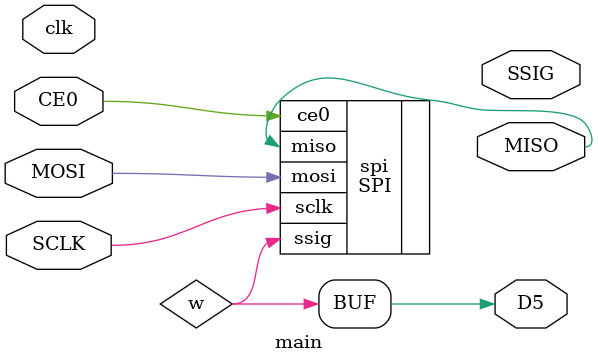
<source format=v>
module main (
             input clk,
             input SCLK,
             input MOSI,
             input CE0,
             output MISO,
             output SSIG,
             output D5
             );

   wire w;
   SPI spi (
            .sclk(SCLK),
            .mosi(MOSI),
            .ce0(CE0),
            .miso(MISO),
            .ssig(w)
            );

   assign D5 = w;

   // reg buffer;
   // reg count;

   // always @(posedge SCLK) begin
   //    buffer = MOSI;
   //    D5 = buffer;
   // end 

endmodule

// wire ucSEL_;
// wire ucSCLK;
// wire ucMOSI;
// wire ucMISO;

// assign ucSEL_ = PMOD0;
// assign ucMOSI = PMOD1;
// assign PMOD2 = ucMISO;
// assign ucSCLK = PMOD3;

// //wire clk100;
// //pll U1 ( .clkin(clk), .clkout(clk100));

// wire [`N-1:0] spiin;
// wire [`N-1:0] spiout;

// assign spiin = J1;

// SPISlave #(.WIDTH(`N)) spi (
//     .clk(clk),
//     //.clk(clk100),
//     .ucSCLK(ucSCLK),
//     .ucMOSI(ucMOSI),
//     .ucMISO(ucMISO),
//     .ucSEL_(ucSEL_),
//     .data_in(spiin),
//     .data_out(spiout)
// );

// assign J3 = spiout;

// endmodule

</source>
